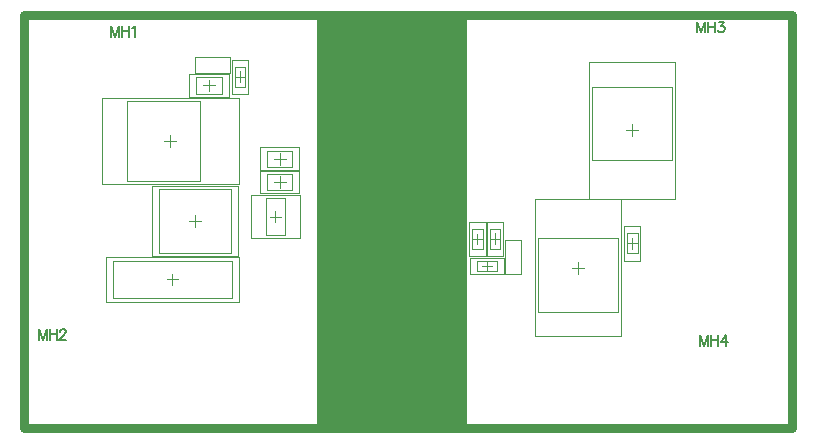
<source format=gko>
G04*
G04 #@! TF.GenerationSoftware,Altium Limited,Altium Designer,18.1.11 (251)*
G04*
G04 Layer_Color=16711935*
%FSLAX25Y25*%
%MOIN*%
G70*
G01*
G75*
%ADD13C,0.00197*%
%ADD15C,0.00650*%
%ADD16C,0.03000*%
%ADD17C,0.00394*%
G36*
X97638Y0D02*
Y137795D01*
X147638D01*
Y0D01*
X97638D01*
D02*
G37*
D13*
X75590Y77756D02*
X92126D01*
X75590Y63189D02*
X92126D01*
X75590D02*
Y77756D01*
X92126Y63189D02*
Y77756D01*
X91780Y78150D02*
Y85630D01*
X78787Y78150D02*
Y85630D01*
Y78150D02*
X91780D01*
X78787Y85630D02*
X91780D01*
X74756Y111343D02*
Y122760D01*
X69244Y111343D02*
Y122760D01*
X74756D01*
X69244Y111343D02*
X74756D01*
X57142Y118441D02*
X68362D01*
X68559D02*
Y123559D01*
X57142D02*
X68362D01*
X57142Y118441D02*
Y123559D01*
X27468Y42020D02*
Y56980D01*
X71563Y42020D02*
Y56980D01*
X27468D02*
X71563D01*
X27468Y42020D02*
X71563D01*
X25984Y109941D02*
X71653D01*
X25984Y81398D02*
X71653D01*
X25984D02*
Y109941D01*
X71653Y81398D02*
Y109941D01*
X42630Y80614D02*
X71370D01*
X42630Y57386D02*
X71370D01*
X42630D02*
Y80614D01*
X71370Y57386D02*
Y80614D01*
X55118Y110236D02*
X68504D01*
X55118Y118110D02*
X68504D01*
Y110236D02*
Y118110D01*
X55118Y110236D02*
Y118110D01*
X107874Y52165D02*
X140945D01*
X107874Y70669D02*
X140945D01*
Y52165D02*
Y70669D01*
X107874Y52165D02*
Y70669D01*
X160433Y51378D02*
X165551D01*
X160433D02*
Y62598D01*
Y62795D02*
X165551D01*
Y51378D02*
Y62598D01*
X217028Y76378D02*
Y122047D01*
X188484Y76378D02*
Y122047D01*
X217028D01*
X188484Y76378D02*
X217028D01*
X170374Y30512D02*
Y76181D01*
X198917Y30512D02*
Y76181D01*
X170374Y30512D02*
X198917D01*
X170374Y76181D02*
X198917D01*
X200000Y55807D02*
Y67224D01*
X205512Y55807D02*
Y67224D01*
X200000Y55807D02*
X205512D01*
X200000Y67224D02*
X205512D01*
X78787Y86024D02*
Y93504D01*
X91780Y86024D02*
Y93504D01*
X78787D02*
X91780D01*
X78787Y86024D02*
X91780D01*
X153937Y57284D02*
Y68701D01*
X148425Y57284D02*
Y68701D01*
X153937D01*
X148425Y57284D02*
X153937D01*
X160039Y51181D02*
Y56693D01*
X148622Y51181D02*
Y56693D01*
Y51181D02*
X160039D01*
X148622Y56693D02*
X160039D01*
X154331Y68799D02*
X159843D01*
X154331Y57382D02*
X159843D01*
Y68799D01*
X154331Y57382D02*
Y68799D01*
D15*
X225385Y30878D02*
Y27379D01*
Y30878D02*
X226718Y27379D01*
X228051Y30878D02*
X226718Y27379D01*
X228051Y30878D02*
Y27379D01*
X229051Y30878D02*
Y27379D01*
X231383Y30878D02*
Y27379D01*
X229051Y29212D02*
X231383D01*
X234016Y30878D02*
X232350Y28545D01*
X234849D01*
X234016Y30878D02*
Y27379D01*
X224380Y135393D02*
Y131894D01*
Y135393D02*
X225713Y131894D01*
X227046Y135393D02*
X225713Y131894D01*
X227046Y135393D02*
Y131894D01*
X228046Y135393D02*
Y131894D01*
X230379Y135393D02*
Y131894D01*
X228046Y133727D02*
X230379D01*
X231678Y135393D02*
X233511D01*
X232511Y134060D01*
X233011D01*
X233345Y133893D01*
X233511Y133727D01*
X233678Y133227D01*
Y132893D01*
X233511Y132393D01*
X233178Y132060D01*
X232678Y131894D01*
X232178D01*
X231678Y132060D01*
X231512Y132227D01*
X231345Y132560D01*
X4891Y32873D02*
Y29374D01*
Y32873D02*
X6224Y29374D01*
X7557Y32873D02*
X6224Y29374D01*
X7557Y32873D02*
Y29374D01*
X8557Y32873D02*
Y29374D01*
X10890Y32873D02*
Y29374D01*
X8557Y31207D02*
X10890D01*
X12023Y32040D02*
Y32207D01*
X12190Y32540D01*
X12356Y32707D01*
X12689Y32873D01*
X13356D01*
X13689Y32707D01*
X13856Y32540D01*
X14023Y32207D01*
Y31874D01*
X13856Y31540D01*
X13523Y31040D01*
X11856Y29374D01*
X14189D01*
X29097Y133873D02*
Y130374D01*
Y133873D02*
X30430Y130374D01*
X31763Y133873D02*
X30430Y130374D01*
X31763Y133873D02*
Y130374D01*
X32763Y133873D02*
Y130374D01*
X35096Y133873D02*
Y130374D01*
X32763Y132207D02*
X35096D01*
X36062Y133207D02*
X36395Y133373D01*
X36895Y133873D01*
Y130374D01*
D16*
X27559Y0D02*
X255906D01*
Y137795D01*
X0D02*
X255906D01*
X0Y0D02*
Y137795D01*
Y0D02*
X27559D01*
X0Y137795D02*
X255906D01*
X0Y0D02*
Y137795D01*
X255906Y0D02*
Y137795D01*
X0Y0D02*
X255906D01*
D17*
X120866Y66142D02*
G03*
X120866Y66142I-1969J0D01*
G01*
X80610Y76673D02*
X87106D01*
X80610Y64272D02*
X87106D01*
X80610D02*
Y76673D01*
X87106Y64272D02*
Y76673D01*
X89417Y79232D02*
Y84547D01*
X81150Y79232D02*
Y84547D01*
Y79232D02*
X89417D01*
X81150Y84547D02*
X89417D01*
X73772Y113705D02*
Y120398D01*
X70228Y113705D02*
Y120398D01*
X73772D01*
X70228Y113705D02*
X73772D01*
X29831Y43201D02*
Y55799D01*
X69201Y43201D02*
Y55799D01*
X29831D02*
X69201D01*
X29831Y43201D02*
X69201D01*
X34252Y108957D02*
X58661D01*
X34252Y82382D02*
X58661D01*
X34252D02*
Y108957D01*
X58661Y82382D02*
Y108957D01*
X44992Y79630D02*
X69008D01*
X44992Y58370D02*
X69008D01*
X44992D02*
Y79630D01*
X69008Y58370D02*
Y79630D01*
X57480Y111319D02*
X66142D01*
X57480Y117028D02*
X66142D01*
Y111319D02*
Y117028D01*
X57480Y111319D02*
Y117028D01*
X115354Y53150D02*
X133465D01*
X115354Y69685D02*
X133465D01*
Y53150D02*
Y69685D01*
X115354Y53150D02*
Y69685D01*
X216043Y89370D02*
Y113779D01*
X189469Y89370D02*
Y113779D01*
X216043D01*
X189469Y89370D02*
X216043D01*
X171358Y38780D02*
Y63189D01*
X197933Y38780D02*
Y63189D01*
X171358Y38780D02*
X197933D01*
X171358Y63189D02*
X197933D01*
X200984Y58169D02*
Y64862D01*
X204527Y58169D02*
Y64862D01*
X200984Y58169D02*
X204527D01*
X200984Y64862D02*
X204527D01*
X81150Y87106D02*
Y92421D01*
X89417Y87106D02*
Y92421D01*
X81150D02*
X89417D01*
X81150Y87106D02*
X89417D01*
X152953Y59646D02*
Y66339D01*
X149409Y59646D02*
Y66339D01*
X152953D01*
X149409Y59646D02*
X152953D01*
X157677Y52165D02*
Y55709D01*
X150984Y52165D02*
Y55709D01*
Y52165D02*
X157677D01*
X150984Y55709D02*
X157677D01*
X155315Y66437D02*
X158858D01*
X155315Y59744D02*
X158858D01*
Y66437D01*
X155315Y59744D02*
Y66437D01*
X83858Y68504D02*
Y72441D01*
X81890Y70472D02*
X85827D01*
X83315Y81890D02*
X87252D01*
X85283Y79921D02*
Y83858D01*
X70228Y117051D02*
X73772D01*
X72000Y115279D02*
Y118823D01*
X47547Y49500D02*
X51484D01*
X49516Y47532D02*
Y51468D01*
X48819Y93701D02*
Y97638D01*
X46850Y95669D02*
X50787D01*
X57000Y67032D02*
Y70969D01*
X55032Y69000D02*
X58969D01*
X61811Y112205D02*
Y116142D01*
X59842Y114173D02*
X63779D01*
X124409Y59449D02*
Y63386D01*
X122441Y61417D02*
X126378D01*
X200787Y99213D02*
X204724D01*
X202756Y97244D02*
Y101181D01*
X182677Y53347D02*
X186614D01*
X184646Y51378D02*
Y55315D01*
X200984Y61516D02*
X204527D01*
X202756Y59744D02*
Y63287D01*
X83315Y89764D02*
X87252D01*
X85283Y87795D02*
Y91732D01*
X149409Y62992D02*
X152953D01*
X151181Y61221D02*
Y64764D01*
X152559Y53937D02*
X156102D01*
X154331Y52165D02*
Y55709D01*
X157087Y61319D02*
Y64862D01*
X155315Y63090D02*
X158858D01*
M02*

</source>
